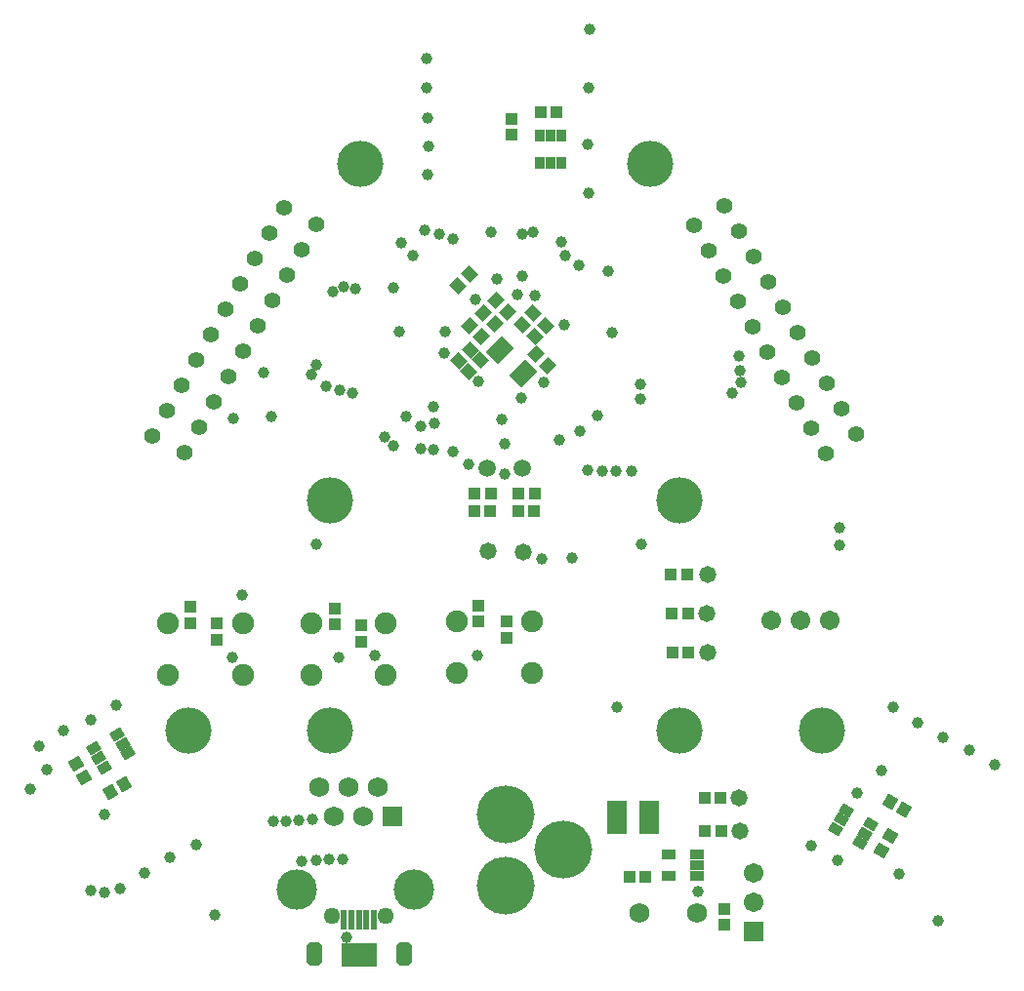
<source format=gbs>
%FSLAX44Y44*%
%MOMM*%
G71*
G01*
G75*
G04 Layer_Color=16711935*
%ADD10C,0.2540*%
%ADD11R,2.0320X2.0320*%
%ADD12R,5.5000X1.5000*%
G04:AMPARAMS|DCode=13|XSize=0.24mm|YSize=1.8mm|CornerRadius=0mm|HoleSize=0mm|Usage=FLASHONLY|Rotation=315.000|XOffset=0mm|YOffset=0mm|HoleType=Round|Shape=Round|*
%AMOVALD13*
21,1,1.5600,0.2400,0.0000,0.0000,45.0*
1,1,0.2400,-0.5515,-0.5515*
1,1,0.2400,0.5515,0.5515*
%
%ADD13OVALD13*%

G04:AMPARAMS|DCode=14|XSize=0.24mm|YSize=1.8mm|CornerRadius=0mm|HoleSize=0mm|Usage=FLASHONLY|Rotation=225.000|XOffset=0mm|YOffset=0mm|HoleType=Round|Shape=Round|*
%AMOVALD14*
21,1,1.5600,0.2400,0.0000,0.0000,315.0*
1,1,0.2400,-0.5515,0.5515*
1,1,0.2400,0.5515,-0.5515*
%
%ADD14OVALD14*%

%ADD15R,0.8000X0.9000*%
%ADD16P,2.8737X4X285.0*%
%ADD17P,2.8737X4X345.0*%
%ADD18C,0.4000*%
%ADD19C,0.2000*%
%ADD20C,0.7000*%
%ADD21C,0.5000*%
%ADD22C,0.3000*%
%ADD23C,1.2000*%
G04:AMPARAMS|DCode=24|XSize=1.9mm|YSize=1.1mm|CornerRadius=0mm|HoleSize=0mm|Usage=FLASHONLY|Rotation=90.000|XOffset=0mm|YOffset=0mm|HoleType=Round|Shape=Octagon|*
%AMOCTAGOND24*
4,1,8,0.2750,0.9500,-0.2750,0.9500,-0.5500,0.6750,-0.5500,-0.6750,-0.2750,-0.9500,0.2750,-0.9500,0.5500,-0.6750,0.5500,0.6750,0.2750,0.9500,0.0*
%
%ADD24OCTAGOND24*%

%ADD25O,1.1500X1.2500*%
%ADD26C,1.3000*%
%ADD27C,1.5000*%
%ADD28C,1.7000*%
%ADD29C,4.8260*%
%ADD30C,1.5240*%
%ADD31R,1.5240X1.5240*%
%ADD32R,1.5000X1.5000*%
%ADD33C,0.8000*%
%ADD34C,1.2700*%
%ADD35C,3.8000*%
%ADD36C,3.3020*%
G04:AMPARAMS|DCode=37|XSize=0.9mm|YSize=0.8mm|CornerRadius=0mm|HoleSize=0mm|Usage=FLASHONLY|Rotation=45.000|XOffset=0mm|YOffset=0mm|HoleType=Round|Shape=Rectangle|*
%AMROTATEDRECTD37*
4,1,4,-0.0354,-0.6010,-0.6010,-0.0354,0.0354,0.6010,0.6010,0.0354,-0.0354,-0.6010,0.0*
%
%ADD37ROTATEDRECTD37*%

G04:AMPARAMS|DCode=38|XSize=0.9mm|YSize=0.8mm|CornerRadius=0mm|HoleSize=0mm|Usage=FLASHONLY|Rotation=315.000|XOffset=0mm|YOffset=0mm|HoleType=Round|Shape=Rectangle|*
%AMROTATEDRECTD38*
4,1,4,-0.6010,0.0354,-0.0354,0.6010,0.6010,-0.0354,0.0354,-0.6010,-0.6010,0.0354,0.0*
%
%ADD38ROTATEDRECTD38*%

G04:AMPARAMS|DCode=39|XSize=1.8mm|YSize=1.3mm|CornerRadius=0mm|HoleSize=0mm|Usage=FLASHONLY|Rotation=45.000|XOffset=0mm|YOffset=0mm|HoleType=Round|Shape=Rectangle|*
%AMROTATEDRECTD39*
4,1,4,-0.1768,-1.0960,-1.0960,-0.1768,0.1768,1.0960,1.0960,0.1768,-0.1768,-1.0960,0.0*
%
%ADD39ROTATEDRECTD39*%

G04:AMPARAMS|DCode=40|XSize=0.65mm|YSize=0.9mm|CornerRadius=0mm|HoleSize=0mm|Usage=FLASHONLY|Rotation=60.000|XOffset=0mm|YOffset=0mm|HoleType=Round|Shape=Rectangle|*
%AMROTATEDRECTD40*
4,1,4,0.2272,-0.5065,-0.5522,-0.0565,-0.2272,0.5065,0.5522,0.0565,0.2272,-0.5065,0.0*
%
%ADD40ROTATEDRECTD40*%

%ADD41R,1.6000X2.7000*%
%ADD42R,0.9000X0.8000*%
%ADD43R,1.1000X0.6500*%
G04:AMPARAMS|DCode=44|XSize=0.9mm|YSize=0.8mm|CornerRadius=0mm|HoleSize=0mm|Usage=FLASHONLY|Rotation=210.000|XOffset=0mm|YOffset=0mm|HoleType=Round|Shape=Rectangle|*
%AMROTATEDRECTD44*
4,1,4,0.1897,0.5714,0.5897,-0.1214,-0.1897,-0.5714,-0.5897,0.1214,0.1897,0.5714,0.0*
%
%ADD44ROTATEDRECTD44*%

G04:AMPARAMS|DCode=45|XSize=0.9mm|YSize=0.8mm|CornerRadius=0mm|HoleSize=0mm|Usage=FLASHONLY|Rotation=330.000|XOffset=0mm|YOffset=0mm|HoleType=Round|Shape=Rectangle|*
%AMROTATEDRECTD45*
4,1,4,-0.5897,-0.1214,-0.1897,0.5714,0.5897,0.1214,0.1897,-0.5714,-0.5897,-0.1214,0.0*
%
%ADD45ROTATEDRECTD45*%

%ADD46R,0.6500X0.9000*%
G04:AMPARAMS|DCode=47|XSize=0.65mm|YSize=0.9mm|CornerRadius=0mm|HoleSize=0mm|Usage=FLASHONLY|Rotation=300.000|XOffset=0mm|YOffset=0mm|HoleType=Round|Shape=Rectangle|*
%AMROTATEDRECTD47*
4,1,4,-0.5522,0.0565,0.2272,0.5065,0.5522,-0.0565,-0.2272,-0.5065,-0.5522,0.0565,0.0*
%
%ADD47ROTATEDRECTD47*%

%ADD48R,0.4000X1.5500*%
%ADD49R,2.9000X1.9000*%
G04:AMPARAMS|DCode=50|XSize=0.9mm|YSize=0.8mm|CornerRadius=0mm|HoleSize=0mm|Usage=FLASHONLY|Rotation=120.000|XOffset=0mm|YOffset=0mm|HoleType=Round|Shape=Rectangle|*
%AMROTATEDRECTD50*
4,1,4,0.5714,-0.1897,-0.1214,-0.5897,-0.5714,0.1897,0.1214,0.5897,0.5714,-0.1897,0.0*
%
%ADD50ROTATEDRECTD50*%

G04:AMPARAMS|DCode=51|XSize=0.9mm|YSize=0.8mm|CornerRadius=0mm|HoleSize=0mm|Usage=FLASHONLY|Rotation=240.000|XOffset=0mm|YOffset=0mm|HoleType=Round|Shape=Rectangle|*
%AMROTATEDRECTD51*
4,1,4,-0.1214,0.5897,0.5714,0.1897,0.1214,-0.5897,-0.5714,-0.1897,-0.1214,0.5897,0.0*
%
%ADD51ROTATEDRECTD51*%

%ADD52C,0.9000*%
%ADD53R,0.1200X0.2200*%
%ADD54C,0.2500*%
%ADD55C,0.6000*%
%ADD56C,0.2032*%
%ADD57C,0.1500*%
%ADD58C,0.1200*%
%ADD59C,0.1000*%
%ADD60C,0.1300*%
%ADD61C,0.1100*%
%ADD62R,2.1336X2.1336*%
%ADD63R,5.7032X1.7032*%
G04:AMPARAMS|DCode=64|XSize=0.4432mm|YSize=2.0032mm|CornerRadius=0mm|HoleSize=0mm|Usage=FLASHONLY|Rotation=315.000|XOffset=0mm|YOffset=0mm|HoleType=Round|Shape=Round|*
%AMOVALD64*
21,1,1.5600,0.4432,0.0000,0.0000,45.0*
1,1,0.4432,-0.5515,-0.5515*
1,1,0.4432,0.5515,0.5515*
%
%ADD64OVALD64*%

G04:AMPARAMS|DCode=65|XSize=0.4432mm|YSize=2.0032mm|CornerRadius=0mm|HoleSize=0mm|Usage=FLASHONLY|Rotation=225.000|XOffset=0mm|YOffset=0mm|HoleType=Round|Shape=Round|*
%AMOVALD65*
21,1,1.5600,0.4432,0.0000,0.0000,315.0*
1,1,0.4432,-0.5515,0.5515*
1,1,0.4432,0.5515,-0.5515*
%
%ADD65OVALD65*%

%ADD66R,1.0032X1.1032*%
%ADD67P,3.0174X4X285.0*%
%ADD68P,3.0174X4X345.0*%
%ADD69C,1.4032*%
G04:AMPARAMS|DCode=70|XSize=2.1032mm|YSize=1.3032mm|CornerRadius=0mm|HoleSize=0mm|Usage=FLASHONLY|Rotation=90.000|XOffset=0mm|YOffset=0mm|HoleType=Round|Shape=Octagon|*
%AMOCTAGOND70*
4,1,8,0.3258,1.0516,-0.3258,1.0516,-0.6516,0.7258,-0.6516,-0.7258,-0.3258,-1.0516,0.3258,-1.0516,0.6516,-0.7258,0.6516,0.7258,0.3258,1.0516,0.0*
%
%ADD70OCTAGOND70*%

%ADD71O,1.3532X1.4532*%
%ADD72C,1.5032*%
%ADD73C,1.7032*%
%ADD74C,1.9032*%
%ADD75C,5.0292*%
%ADD76C,1.7272*%
%ADD77R,1.7272X1.7272*%
%ADD78R,1.7032X1.7032*%
%ADD79C,1.0032*%
%ADD80C,1.4732*%
%ADD81C,4.0032*%
%ADD82C,3.5052*%
G04:AMPARAMS|DCode=83|XSize=1.1032mm|YSize=1.0032mm|CornerRadius=0mm|HoleSize=0mm|Usage=FLASHONLY|Rotation=45.000|XOffset=0mm|YOffset=0mm|HoleType=Round|Shape=Rectangle|*
%AMROTATEDRECTD83*
4,1,4,-0.0354,-0.7447,-0.7447,-0.0354,0.0354,0.7447,0.7447,0.0354,-0.0354,-0.7447,0.0*
%
%ADD83ROTATEDRECTD83*%

G04:AMPARAMS|DCode=84|XSize=1.1032mm|YSize=1.0032mm|CornerRadius=0mm|HoleSize=0mm|Usage=FLASHONLY|Rotation=315.000|XOffset=0mm|YOffset=0mm|HoleType=Round|Shape=Rectangle|*
%AMROTATEDRECTD84*
4,1,4,-0.7447,0.0354,-0.0354,0.7447,0.7447,-0.0354,0.0354,-0.7447,-0.7447,0.0354,0.0*
%
%ADD84ROTATEDRECTD84*%

G04:AMPARAMS|DCode=85|XSize=2.0032mm|YSize=1.5032mm|CornerRadius=0mm|HoleSize=0mm|Usage=FLASHONLY|Rotation=45.000|XOffset=0mm|YOffset=0mm|HoleType=Round|Shape=Rectangle|*
%AMROTATEDRECTD85*
4,1,4,-0.1768,-1.2397,-1.2397,-0.1768,0.1768,1.2397,1.2397,0.1768,-0.1768,-1.2397,0.0*
%
%ADD85ROTATEDRECTD85*%

G04:AMPARAMS|DCode=86|XSize=0.8532mm|YSize=1.1032mm|CornerRadius=0mm|HoleSize=0mm|Usage=FLASHONLY|Rotation=60.000|XOffset=0mm|YOffset=0mm|HoleType=Round|Shape=Rectangle|*
%AMROTATEDRECTD86*
4,1,4,0.2644,-0.6452,-0.6910,-0.0937,-0.2644,0.6452,0.6910,0.0937,0.2644,-0.6452,0.0*
%
%ADD86ROTATEDRECTD86*%

%ADD87R,1.8032X2.9032*%
%ADD88R,1.1032X1.0032*%
%ADD89R,1.3032X0.8532*%
G04:AMPARAMS|DCode=90|XSize=1.1032mm|YSize=1.0032mm|CornerRadius=0mm|HoleSize=0mm|Usage=FLASHONLY|Rotation=210.000|XOffset=0mm|YOffset=0mm|HoleType=Round|Shape=Rectangle|*
%AMROTATEDRECTD90*
4,1,4,0.2269,0.7102,0.7285,-0.1586,-0.2269,-0.7102,-0.7285,0.1586,0.2269,0.7102,0.0*
%
%ADD90ROTATEDRECTD90*%

G04:AMPARAMS|DCode=91|XSize=1.1032mm|YSize=1.0032mm|CornerRadius=0mm|HoleSize=0mm|Usage=FLASHONLY|Rotation=330.000|XOffset=0mm|YOffset=0mm|HoleType=Round|Shape=Rectangle|*
%AMROTATEDRECTD91*
4,1,4,-0.7285,-0.1586,-0.2269,0.7102,0.7285,0.1586,0.2269,-0.7102,-0.7285,-0.1586,0.0*
%
%ADD91ROTATEDRECTD91*%

%ADD92R,0.8532X1.1032*%
G04:AMPARAMS|DCode=93|XSize=0.8532mm|YSize=1.1032mm|CornerRadius=0mm|HoleSize=0mm|Usage=FLASHONLY|Rotation=300.000|XOffset=0mm|YOffset=0mm|HoleType=Round|Shape=Rectangle|*
%AMROTATEDRECTD93*
4,1,4,-0.6910,0.0937,0.2644,0.6452,0.6910,-0.0937,-0.2644,-0.6452,-0.6910,0.0937,0.0*
%
%ADD93ROTATEDRECTD93*%

%ADD94R,0.6032X1.7532*%
%ADD95R,3.1032X2.1032*%
G04:AMPARAMS|DCode=96|XSize=1.1032mm|YSize=1.0032mm|CornerRadius=0mm|HoleSize=0mm|Usage=FLASHONLY|Rotation=120.000|XOffset=0mm|YOffset=0mm|HoleType=Round|Shape=Rectangle|*
%AMROTATEDRECTD96*
4,1,4,0.7102,-0.2269,-0.1586,-0.7285,-0.7102,0.2269,0.1586,0.7285,0.7102,-0.2269,0.0*
%
%ADD96ROTATEDRECTD96*%

G04:AMPARAMS|DCode=97|XSize=1.1032mm|YSize=1.0032mm|CornerRadius=0mm|HoleSize=0mm|Usage=FLASHONLY|Rotation=240.000|XOffset=0mm|YOffset=0mm|HoleType=Round|Shape=Rectangle|*
%AMROTATEDRECTD97*
4,1,4,-0.1586,0.7285,0.7102,0.2269,0.1586,-0.7285,-0.7102,-0.2269,-0.1586,0.7285,0.0*
%
%ADD97ROTATEDRECTD97*%

D66*
X107700Y85300D02*
D03*
X121700D02*
D03*
X144800Y280000D02*
D03*
X158800D02*
D03*
X144400Y313700D02*
D03*
X158400D02*
D03*
X143900Y347500D02*
D03*
X157900D02*
D03*
X172800Y153400D02*
D03*
X186800D02*
D03*
X44800Y748800D02*
D03*
X30800D02*
D03*
X173100Y125200D02*
D03*
X187100D02*
D03*
X-13000Y402600D02*
D03*
X-27000D02*
D03*
X11300Y402500D02*
D03*
X25300D02*
D03*
X-12700Y418100D02*
D03*
X-26700Y418100D02*
D03*
X11600Y417900D02*
D03*
X25600Y417900D02*
D03*
D69*
X-305861Y467894D02*
D03*
X-293161Y489891D02*
D03*
X-280461Y511889D02*
D03*
X-267761Y533885D02*
D03*
X-255061Y555883D02*
D03*
X-242361Y577880D02*
D03*
X-229661Y599877D02*
D03*
X-216961Y621874D02*
D03*
X-204261Y643871D02*
D03*
X-191561Y665868D02*
D03*
X-164274Y651730D02*
D03*
X-176974Y629733D02*
D03*
X-189674Y607736D02*
D03*
X-202374Y585739D02*
D03*
X-215074Y563742D02*
D03*
X-227774Y541745D02*
D03*
X-240474Y519748D02*
D03*
X-253174Y497751D02*
D03*
X-265874Y475754D02*
D03*
X-278574Y453757D02*
D03*
X278474Y452544D02*
D03*
X265774Y474541D02*
D03*
X253074Y496539D02*
D03*
X240374Y518535D02*
D03*
X227674Y540532D02*
D03*
X214974Y562530D02*
D03*
X202274Y584527D02*
D03*
X189574Y606524D02*
D03*
X176874Y628521D02*
D03*
X164174Y650518D02*
D03*
X190011Y667167D02*
D03*
X202711Y645170D02*
D03*
X215411Y623173D02*
D03*
X228111Y601176D02*
D03*
X240811Y579179D02*
D03*
X253511Y557182D02*
D03*
X266211Y535185D02*
D03*
X278911Y513187D02*
D03*
X291611Y491190D02*
D03*
X304311Y469193D02*
D03*
D70*
X-165900Y18000D02*
D03*
X-87900D02*
D03*
D71*
X-103900Y51000D02*
D03*
X-149900D02*
D03*
D72*
X15200Y439800D02*
D03*
X-15800D02*
D03*
D73*
X230900Y307500D02*
D03*
X256300D02*
D03*
X281700D02*
D03*
X215800Y63200D02*
D03*
Y88600D02*
D03*
D74*
X-227700Y305200D02*
D03*
X-292700Y260200D02*
D03*
X-227700D02*
D03*
X-292700Y305200D02*
D03*
X-103400D02*
D03*
X-168400Y260200D02*
D03*
X-103400D02*
D03*
X-168400Y305200D02*
D03*
X23400Y307100D02*
D03*
X-41600Y262100D02*
D03*
X23400D02*
D03*
X-41600Y307100D02*
D03*
D75*
X160Y77610D02*
D03*
Y139590D02*
D03*
X50200Y108600D02*
D03*
D76*
X-148700Y137200D02*
D03*
X-123300D02*
D03*
X-161400Y162600D02*
D03*
X-136000D02*
D03*
X-110600D02*
D03*
X116400Y53400D02*
D03*
X166400D02*
D03*
D77*
X-97900Y137200D02*
D03*
D78*
X215800Y37800D02*
D03*
D79*
X289800Y388300D02*
D03*
X290000Y372800D02*
D03*
X117600Y499900D02*
D03*
Y512900D02*
D03*
X196500Y505000D02*
D03*
X204400Y514400D02*
D03*
X203700Y524700D02*
D03*
X202800Y537000D02*
D03*
X-412000Y161572D02*
D03*
X31400Y361400D02*
D03*
X-2600Y482400D02*
D03*
X80200Y485500D02*
D03*
X117800Y373700D02*
D03*
X-500Y461100D02*
D03*
X-23000Y515300D02*
D03*
X-96772Y459700D02*
D03*
X-61979Y493307D02*
D03*
X-72900Y475900D02*
D03*
X-61700Y478400D02*
D03*
X-104500Y466600D02*
D03*
X-86200Y484900D02*
D03*
X96868Y232068D02*
D03*
X-144100Y275900D02*
D03*
X-236300D02*
D03*
X64200Y615600D02*
D03*
X-57300Y643200D02*
D03*
X-69700Y646700D02*
D03*
X24100Y644300D02*
D03*
X14774Y643426D02*
D03*
X-201500Y133000D02*
D03*
X64400Y472100D02*
D03*
X46800Y464700D02*
D03*
X-143500Y507200D02*
D03*
X-132500Y504800D02*
D03*
X-155400Y511000D02*
D03*
X-166900Y134900D02*
D03*
X-179000Y134200D02*
D03*
X-190000Y133600D02*
D03*
X-141200Y99900D02*
D03*
X-176900Y98800D02*
D03*
X-164000Y99300D02*
D03*
X-152700Y100000D02*
D03*
X-12200Y644600D02*
D03*
X326200Y177200D02*
D03*
X305200Y157600D02*
D03*
X51700Y624800D02*
D03*
X89496Y610696D02*
D03*
X-31900Y443600D02*
D03*
X-45600Y454400D02*
D03*
X-347300Y139058D02*
D03*
Y71700D02*
D03*
X-252303Y52197D02*
D03*
X-359621Y72886D02*
D03*
X109400Y436900D02*
D03*
X96300Y437200D02*
D03*
X72280Y769820D02*
D03*
X-67500Y694400D02*
D03*
X-68600Y795000D02*
D03*
X-68480Y769820D02*
D03*
X-67640Y743800D02*
D03*
X-66820Y719020D02*
D03*
X92700Y557800D02*
D03*
X-91800Y558100D02*
D03*
X14000Y501100D02*
D03*
X33200Y514100D02*
D03*
X-52755Y539300D02*
D03*
X-52400Y558745D02*
D03*
X-26100Y586200D02*
D03*
X-6845Y603700D02*
D03*
X25400Y589500D02*
D03*
X51300Y563900D02*
D03*
X72900Y820700D02*
D03*
X49000Y636100D02*
D03*
X-73000Y456800D02*
D03*
X-62600Y456000D02*
D03*
X-149100Y592700D02*
D03*
X-290501Y101898D02*
D03*
X-333665Y75060D02*
D03*
X-337554Y234196D02*
D03*
X-359621Y221617D02*
D03*
X-312651Y88803D02*
D03*
X-268027Y113112D02*
D03*
X375556Y47225D02*
D03*
X357358Y219066D02*
D03*
X402182Y195103D02*
D03*
X288238Y99346D02*
D03*
X336153Y232800D02*
D03*
X379455Y206539D02*
D03*
X424349Y182698D02*
D03*
X265096Y112197D02*
D03*
X10700Y590100D02*
D03*
X14497Y606996D02*
D03*
X-209500Y522600D02*
D03*
X-164000Y373600D02*
D03*
X-137600Y32600D02*
D03*
X57600Y361500D02*
D03*
X-45600Y638700D02*
D03*
X-500Y435100D02*
D03*
X71800Y437900D02*
D03*
X83800Y437300D02*
D03*
X-90600Y635200D02*
D03*
X-139900Y597000D02*
D03*
X71600Y720900D02*
D03*
X-113000Y277300D02*
D03*
X-24200Y277500D02*
D03*
X-228100Y330100D02*
D03*
X72200Y678600D02*
D03*
X166900Y72500D02*
D03*
X-383400Y212300D02*
D03*
X-404400Y198600D02*
D03*
X341600Y87500D02*
D03*
X-235700Y483100D02*
D03*
X-202400Y484600D02*
D03*
X-168300Y521399D02*
D03*
X-163800Y529700D02*
D03*
X-397200Y178100D02*
D03*
X-130100Y595200D02*
D03*
X-97100Y596400D02*
D03*
X-80200Y624100D02*
D03*
D80*
X16000Y366700D02*
D03*
X-15200Y368100D02*
D03*
X175400Y280000D02*
D03*
X175100Y313800D02*
D03*
X175400Y347500D02*
D03*
X202700Y153400D02*
D03*
X203700Y125200D02*
D03*
D81*
X151300Y211900D02*
D03*
Y411900D02*
D03*
X-151700Y211900D02*
D03*
Y411900D02*
D03*
X-126000Y704000D02*
D03*
X275000Y211900D02*
D03*
X-275000D02*
D03*
X126000Y704000D02*
D03*
D82*
X-78850Y73700D02*
D03*
X-180450D02*
D03*
D83*
X-7750Y585450D02*
D03*
X2150Y575550D02*
D03*
X-9150Y564750D02*
D03*
X-19050Y574650D02*
D03*
X-20750Y553750D02*
D03*
X-30650Y563650D02*
D03*
X26550Y538850D02*
D03*
X36450Y528950D02*
D03*
D84*
X-40150Y532750D02*
D03*
X-30250Y542650D02*
D03*
X-21750Y533750D02*
D03*
X-31650Y523850D02*
D03*
X14450Y564650D02*
D03*
X24350Y574550D02*
D03*
X25550Y553750D02*
D03*
X35450Y563650D02*
D03*
X-30950Y608450D02*
D03*
X-40850Y598550D02*
D03*
D85*
X15553Y521547D02*
D03*
X-4953Y542053D02*
D03*
D86*
X317042Y130927D02*
D03*
X312292Y122700D02*
D03*
X307542Y114473D02*
D03*
X286758Y126473D02*
D03*
X291508Y134700D02*
D03*
X296258Y142927D02*
D03*
D87*
X124700Y136700D02*
D03*
X96700D02*
D03*
D88*
X189800Y43200D02*
D03*
Y57200D02*
D03*
X-249800Y304800D02*
D03*
Y290800D02*
D03*
X-272800Y305200D02*
D03*
Y319200D02*
D03*
X-125100Y303100D02*
D03*
Y289100D02*
D03*
X-147700Y304200D02*
D03*
Y318200D02*
D03*
X900Y306600D02*
D03*
Y292600D02*
D03*
X-23000Y306700D02*
D03*
Y320700D02*
D03*
X5100Y729300D02*
D03*
Y743300D02*
D03*
D89*
X166100Y104700D02*
D03*
Y95200D02*
D03*
Y85700D02*
D03*
X142100D02*
D03*
Y104700D02*
D03*
D90*
X-372000Y183562D02*
D03*
X-365000Y171438D02*
D03*
D91*
X326600Y108238D02*
D03*
X333600Y120362D02*
D03*
D92*
X29800Y728400D02*
D03*
X39300D02*
D03*
X48800D02*
D03*
Y704400D02*
D03*
X39300D02*
D03*
X29800D02*
D03*
D93*
X-347642Y180273D02*
D03*
X-352392Y188500D02*
D03*
X-357142Y196727D02*
D03*
X-336358Y208727D02*
D03*
X-331608Y200500D02*
D03*
X-326858Y192273D02*
D03*
D94*
X-139900Y48000D02*
D03*
X-133400D02*
D03*
X-126900D02*
D03*
X-120400D02*
D03*
X-113900D02*
D03*
D95*
X-126900Y17000D02*
D03*
D96*
X-330638Y165300D02*
D03*
X-342762Y158300D02*
D03*
D97*
X333838Y150200D02*
D03*
X345962Y143200D02*
D03*
M02*

</source>
